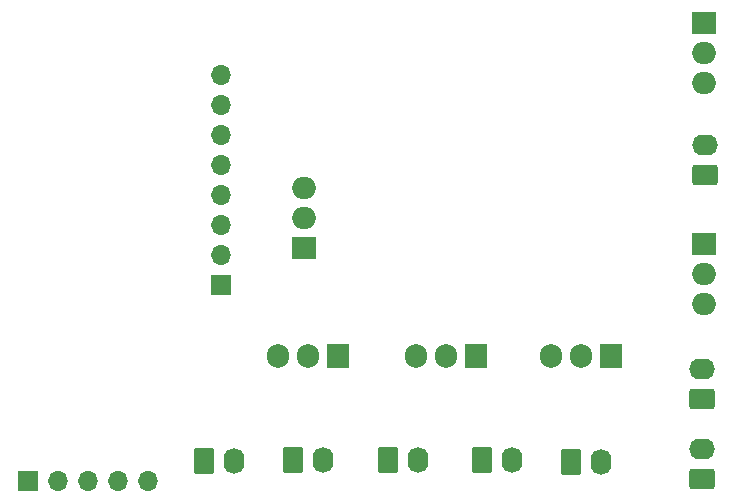
<source format=gbr>
%TF.GenerationSoftware,KiCad,Pcbnew,8.0.5-8.0.5-0~ubuntu22.04.1*%
%TF.CreationDate,2025-05-20T11:09:25+05:30*%
%TF.ProjectId,esp32_nichrome_wire,65737033-325f-46e6-9963-68726f6d655f,rev?*%
%TF.SameCoordinates,Original*%
%TF.FileFunction,Soldermask,Bot*%
%TF.FilePolarity,Negative*%
%FSLAX46Y46*%
G04 Gerber Fmt 4.6, Leading zero omitted, Abs format (unit mm)*
G04 Created by KiCad (PCBNEW 8.0.5-8.0.5-0~ubuntu22.04.1) date 2025-05-20 11:09:25*
%MOMM*%
%LPD*%
G01*
G04 APERTURE LIST*
G04 Aperture macros list*
%AMRoundRect*
0 Rectangle with rounded corners*
0 $1 Rounding radius*
0 $2 $3 $4 $5 $6 $7 $8 $9 X,Y pos of 4 corners*
0 Add a 4 corners polygon primitive as box body*
4,1,4,$2,$3,$4,$5,$6,$7,$8,$9,$2,$3,0*
0 Add four circle primitives for the rounded corners*
1,1,$1+$1,$2,$3*
1,1,$1+$1,$4,$5*
1,1,$1+$1,$6,$7*
1,1,$1+$1,$8,$9*
0 Add four rect primitives between the rounded corners*
20,1,$1+$1,$2,$3,$4,$5,0*
20,1,$1+$1,$4,$5,$6,$7,0*
20,1,$1+$1,$6,$7,$8,$9,0*
20,1,$1+$1,$8,$9,$2,$3,0*%
G04 Aperture macros list end*
%ADD10RoundRect,0.250000X-0.620000X-0.845000X0.620000X-0.845000X0.620000X0.845000X-0.620000X0.845000X0*%
%ADD11O,1.740000X2.190000*%
%ADD12R,1.905000X2.000000*%
%ADD13O,1.905000X2.000000*%
%ADD14RoundRect,0.250000X0.845000X-0.620000X0.845000X0.620000X-0.845000X0.620000X-0.845000X-0.620000X0*%
%ADD15O,2.190000X1.740000*%
%ADD16R,2.000000X1.905000*%
%ADD17O,2.000000X1.905000*%
%ADD18R,1.700000X1.700000*%
%ADD19O,1.700000X1.700000*%
G04 APERTURE END LIST*
D10*
%TO.C,J3*%
X-69305000Y-59365000D03*
D11*
X-66765000Y-59365000D03*
%TD*%
D12*
%TO.C,Q4*%
X-46325000Y-50520000D03*
D13*
X-48865000Y-50520000D03*
X-51405000Y-50520000D03*
%TD*%
D10*
%TO.C,J9*%
X-61805000Y-59265000D03*
D11*
X-59265000Y-59265000D03*
%TD*%
D14*
%TO.C,J5*%
X-27145000Y-54105000D03*
D15*
X-27145000Y-51565000D03*
%TD*%
D12*
%TO.C,Q6*%
X-57965000Y-50465000D03*
D13*
X-60505000Y-50465000D03*
X-63045000Y-50465000D03*
%TD*%
D10*
%TO.C,J7*%
X-45805000Y-59265000D03*
D11*
X-43265000Y-59265000D03*
%TD*%
D16*
%TO.C,Q2*%
X-27045000Y-41025000D03*
D17*
X-27045000Y-43565000D03*
X-27045000Y-46105000D03*
%TD*%
D14*
%TO.C,J4*%
X-26945000Y-35165000D03*
D15*
X-26945000Y-32625000D03*
%TD*%
D16*
%TO.C,Q5*%
X-60865000Y-41365000D03*
D17*
X-60865000Y-38825000D03*
X-60865000Y-36285000D03*
%TD*%
D10*
%TO.C,J2*%
X-53805000Y-59265000D03*
D11*
X-51265000Y-59265000D03*
%TD*%
D12*
%TO.C,Q3*%
X-34925000Y-50520000D03*
D13*
X-37465000Y-50520000D03*
X-40005000Y-50520000D03*
%TD*%
D10*
%TO.C,J6*%
X-38305000Y-59465000D03*
D11*
X-35765000Y-59465000D03*
%TD*%
D14*
%TO.C,J8*%
X-27165000Y-60865000D03*
D15*
X-27165000Y-58325000D03*
%TD*%
D18*
%TO.C,U3*%
X-67895000Y-44440000D03*
D19*
X-67895000Y-41900000D03*
X-67895000Y-39360000D03*
X-67895000Y-36820000D03*
X-67895000Y-34280000D03*
X-67895000Y-31740000D03*
X-67895000Y-29200000D03*
X-67895000Y-26660000D03*
%TD*%
D16*
%TO.C,Q1*%
X-27045000Y-22325000D03*
D17*
X-27045000Y-24865000D03*
X-27045000Y-27405000D03*
%TD*%
D18*
%TO.C,J1*%
X-84285000Y-61065000D03*
D19*
X-81745000Y-61065000D03*
X-79205000Y-61065000D03*
X-76665000Y-61065000D03*
X-74125000Y-61065000D03*
%TD*%
M02*

</source>
